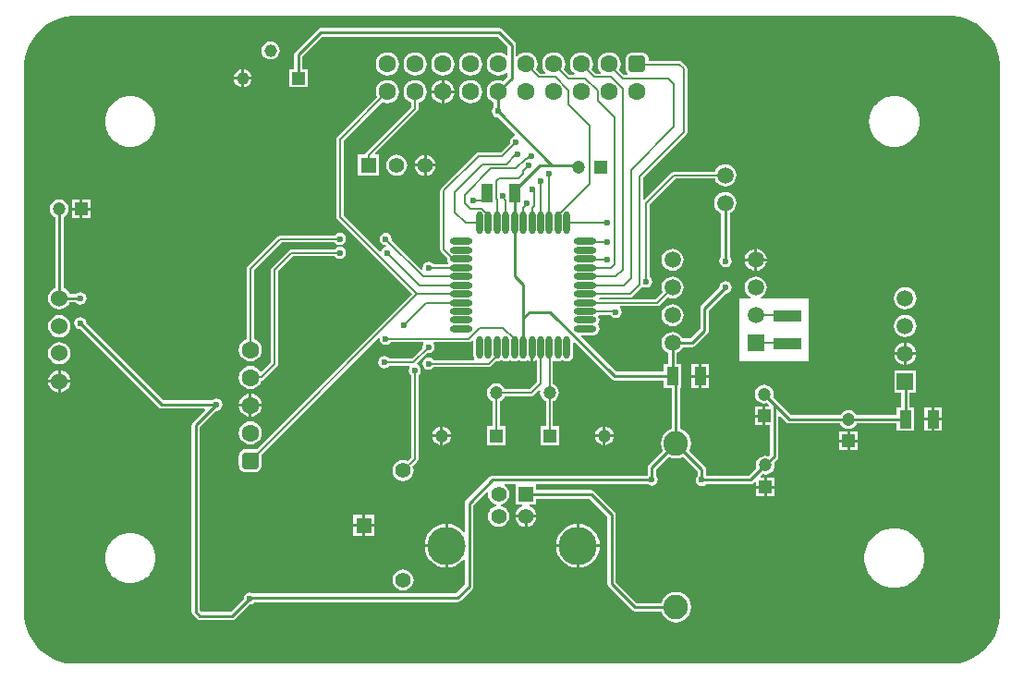
<source format=gtl>
G04*
G04 #@! TF.GenerationSoftware,Altium Limited,Altium Designer,21.3.2 (30)*
G04*
G04 Layer_Physical_Order=1*
G04 Layer_Color=13311*
%FSLAX25Y25*%
%MOIN*%
G70*
G04*
G04 #@! TF.SameCoordinates,394D426F-0CA9-4E3C-942C-AD562F4B4749*
G04*
G04*
G04 #@! TF.FilePolarity,Positive*
G04*
G01*
G75*
%ADD14C,0.00500*%
%ADD15C,0.01000*%
%ADD20R,0.04352X0.06528*%
%ADD21R,0.09843X0.03937*%
%ADD22O,0.08071X0.02362*%
%ADD23O,0.02362X0.08071*%
%ADD28R,0.04724X0.04724*%
%ADD29C,0.04724*%
%ADD32R,0.05984X0.05984*%
%ADD33C,0.05984*%
%ADD34R,0.04528X0.04528*%
%ADD35C,0.04528*%
%ADD40R,0.05591X0.05591*%
%ADD42C,0.05591*%
%ADD43C,0.13780*%
%ADD44R,0.04724X0.04724*%
%ADD46R,0.05512X0.05512*%
%ADD47C,0.05512*%
%ADD49C,0.00750*%
%ADD50R,0.05906X0.05906*%
%ADD51C,0.05906*%
%ADD52C,0.06299*%
G04:AMPARAMS|DCode=53|XSize=62.99mil|YSize=62.99mil|CornerRadius=15.75mil|HoleSize=0mil|Usage=FLASHONLY|Rotation=90.000|XOffset=0mil|YOffset=0mil|HoleType=Round|Shape=RoundedRectangle|*
%AMROUNDEDRECTD53*
21,1,0.06299,0.03150,0,0,90.0*
21,1,0.03150,0.06299,0,0,90.0*
1,1,0.03150,0.01575,0.01575*
1,1,0.03150,0.01575,-0.01575*
1,1,0.03150,-0.01575,-0.01575*
1,1,0.03150,-0.01575,0.01575*
%
%ADD53ROUNDEDRECTD53*%
G04:AMPARAMS|DCode=54|XSize=62.99mil|YSize=62.99mil|CornerRadius=15.75mil|HoleSize=0mil|Usage=FLASHONLY|Rotation=180.000|XOffset=0mil|YOffset=0mil|HoleType=Round|Shape=RoundedRectangle|*
%AMROUNDEDRECTD54*
21,1,0.06299,0.03150,0,0,180.0*
21,1,0.03150,0.06299,0,0,180.0*
1,1,0.03150,-0.01575,0.01575*
1,1,0.03150,0.01575,0.01575*
1,1,0.03150,0.01575,-0.01575*
1,1,0.03150,-0.01575,-0.01575*
%
%ADD54ROUNDEDRECTD54*%
%ADD55C,0.08858*%
%ADD56C,0.06000*%
%ADD57C,0.02362*%
G36*
X338259Y234700D02*
X340599Y234073D01*
X342837Y233146D01*
X344935Y231935D01*
X346857Y230460D01*
X348570Y228747D01*
X350045Y226825D01*
X351256Y224727D01*
X352183Y222489D01*
X352810Y220149D01*
X353127Y217747D01*
Y216535D01*
Y19685D01*
Y18474D01*
X352810Y16072D01*
X352183Y13732D01*
X351256Y11494D01*
X350045Y9396D01*
X348570Y7474D01*
X346857Y5761D01*
X344935Y4286D01*
X342837Y3074D01*
X340599Y2147D01*
X338259Y1520D01*
X335857Y1204D01*
X18474D01*
X16072Y1520D01*
X13732Y2147D01*
X11494Y3074D01*
X9396Y4286D01*
X7474Y5761D01*
X5761Y7474D01*
X4286Y9396D01*
X3074Y11494D01*
X2147Y13732D01*
X1520Y16072D01*
X1204Y18474D01*
Y19685D01*
Y216535D01*
Y217747D01*
X1520Y220149D01*
X2147Y222489D01*
X3074Y224727D01*
X4286Y226825D01*
X5761Y228747D01*
X7474Y230460D01*
X9396Y231935D01*
X11494Y233146D01*
X13732Y234073D01*
X16072Y234700D01*
X18474Y235016D01*
X335857D01*
X338259Y234700D01*
D02*
G37*
%LPC*%
G36*
X172500Y230529D02*
X108000D01*
X107415Y230413D01*
X106919Y230081D01*
X98919Y222081D01*
X98587Y221585D01*
X98471Y221000D01*
Y215764D01*
X96736D01*
Y209236D01*
X103264D01*
Y215764D01*
X101529D01*
Y220367D01*
X108633Y227471D01*
X171867D01*
X175471Y223867D01*
Y220883D01*
X174971Y220676D01*
X174258Y221223D01*
X173249Y221641D01*
X172165Y221784D01*
X171082Y221641D01*
X170073Y221223D01*
X169206Y220558D01*
X168541Y219691D01*
X168123Y218682D01*
X167980Y217598D01*
X168123Y216515D01*
X168541Y215506D01*
X169206Y214639D01*
X170073Y213974D01*
X171082Y213556D01*
X172165Y213413D01*
X173249Y213556D01*
X174258Y213974D01*
X174971Y214521D01*
X175471Y214314D01*
Y213067D01*
X173812Y211408D01*
X173249Y211641D01*
X172165Y211784D01*
X171082Y211641D01*
X170073Y211223D01*
X169206Y210558D01*
X168541Y209691D01*
X168123Y208682D01*
X167980Y207598D01*
X168123Y206515D01*
X168541Y205506D01*
X169206Y204639D01*
X170073Y203974D01*
X170553Y203775D01*
Y202182D01*
X170428Y202098D01*
X169946Y201376D01*
X169776Y200525D01*
X169946Y199674D01*
X170428Y198952D01*
X171149Y198470D01*
X172000Y198301D01*
X172051Y198311D01*
X178190Y192172D01*
X178026Y191630D01*
X177649Y191554D01*
X176927Y191072D01*
X176445Y190351D01*
X176276Y189500D01*
X176346Y189148D01*
X172972Y185775D01*
X165000D01*
X164512Y185678D01*
X164099Y185401D01*
X151599Y172901D01*
X151322Y172488D01*
X151225Y172000D01*
Y150551D01*
X151322Y150063D01*
X151599Y149650D01*
X153653Y147596D01*
X153583Y147244D01*
X153753Y146393D01*
X154184Y145747D01*
X153954Y145366D01*
X153913Y145322D01*
X148740D01*
X148573Y145572D01*
X147851Y146054D01*
X147000Y146224D01*
X146149Y146054D01*
X145428Y145572D01*
X144946Y144851D01*
X144776Y144000D01*
X144842Y143667D01*
X144382Y143421D01*
X133654Y154148D01*
X133724Y154500D01*
X133554Y155351D01*
X133072Y156072D01*
X132351Y156554D01*
X131500Y156724D01*
X130649Y156554D01*
X129928Y156072D01*
X129446Y155351D01*
X129276Y154500D01*
X129446Y153649D01*
X129928Y152927D01*
X130649Y152445D01*
X131500Y152276D01*
X131602Y152154D01*
X131408Y151606D01*
X131149Y151555D01*
X130428Y151073D01*
X129946Y150351D01*
X129881Y150026D01*
X129402Y149881D01*
X116274Y163008D01*
Y189905D01*
X130264Y203895D01*
X131082Y203556D01*
X132165Y203413D01*
X133249Y203556D01*
X134258Y203974D01*
X135125Y204639D01*
X135790Y205506D01*
X136208Y206515D01*
X136351Y207598D01*
X136208Y208682D01*
X135790Y209691D01*
X135125Y210558D01*
X134258Y211223D01*
X133249Y211641D01*
X132165Y211784D01*
X131082Y211641D01*
X130073Y211223D01*
X129206Y210558D01*
X128541Y209691D01*
X128123Y208682D01*
X127980Y207598D01*
X128123Y206515D01*
X128462Y205697D01*
X114099Y191334D01*
X113822Y190921D01*
X113725Y190433D01*
Y162480D01*
X113822Y161993D01*
X114099Y161579D01*
X141032Y134646D01*
X84948Y78562D01*
X84924Y78571D01*
X84252Y78660D01*
X81102D01*
X80430Y78571D01*
X79804Y78312D01*
X79266Y77899D01*
X78853Y77362D01*
X78594Y76735D01*
X78505Y76063D01*
Y72913D01*
X78594Y72241D01*
X78853Y71615D01*
X79266Y71077D01*
X79804Y70664D01*
X80430Y70405D01*
X81102Y70316D01*
X84252D01*
X84924Y70405D01*
X85550Y70664D01*
X86088Y71077D01*
X86501Y71615D01*
X86760Y72241D01*
X86849Y72913D01*
Y76063D01*
X86760Y76735D01*
X86751Y76759D01*
X128835Y118843D01*
X129296Y118597D01*
X129276Y118500D01*
X129446Y117649D01*
X129928Y116928D01*
X130649Y116446D01*
X131500Y116276D01*
X132351Y116446D01*
X133072Y116928D01*
X133272Y117226D01*
X144928D01*
X145196Y116726D01*
X144946Y116351D01*
X144776Y115500D01*
X144846Y115148D01*
X140972Y111275D01*
X132772D01*
X132572Y111573D01*
X131851Y112055D01*
X131000Y112224D01*
X130149Y112055D01*
X129428Y111573D01*
X128946Y110851D01*
X128776Y110000D01*
X128946Y109149D01*
X129428Y108428D01*
X130149Y107946D01*
X131000Y107776D01*
X131851Y107946D01*
X132572Y108428D01*
X132772Y108726D01*
X139928D01*
X140196Y108226D01*
X139945Y107851D01*
X139776Y107000D01*
X139945Y106149D01*
X140427Y105428D01*
X140726Y105228D01*
Y75599D01*
X139395Y74269D01*
X138776Y74525D01*
X137795Y74654D01*
X136815Y74525D01*
X135901Y74147D01*
X135117Y73545D01*
X134514Y72760D01*
X134136Y71847D01*
X134007Y70866D01*
X134136Y69886D01*
X134514Y68972D01*
X135117Y68187D01*
X135901Y67585D01*
X136815Y67207D01*
X137795Y67078D01*
X138776Y67207D01*
X139689Y67585D01*
X140474Y68187D01*
X141076Y68972D01*
X141455Y69886D01*
X141584Y70866D01*
X141455Y71847D01*
X141198Y72466D01*
X142901Y74170D01*
X143177Y74583D01*
X143274Y75071D01*
Y105228D01*
X143572Y105428D01*
X144054Y106149D01*
X144224Y107000D01*
X144054Y107851D01*
X143572Y108572D01*
X142979Y108969D01*
X142832Y109529D01*
X146649Y113346D01*
X147000Y113276D01*
X147851Y113445D01*
X148573Y113927D01*
X149055Y114649D01*
X149224Y115500D01*
X149055Y116351D01*
X148804Y116726D01*
X149072Y117226D01*
X161500D01*
X161988Y117323D01*
X162401Y117599D01*
X162630Y117828D01*
X163130Y117621D01*
Y112500D01*
X163300Y111649D01*
X163550Y111275D01*
X163283Y110775D01*
X148772D01*
X148573Y111073D01*
X147851Y111555D01*
X147000Y111724D01*
X146149Y111555D01*
X145428Y111073D01*
X144946Y110351D01*
X144776Y109500D01*
X144946Y108649D01*
X145428Y107928D01*
X146149Y107446D01*
X147000Y107276D01*
X147851Y107446D01*
X148573Y107928D01*
X148772Y108226D01*
X168654D01*
X169141Y108323D01*
X169555Y108599D01*
X171302Y110346D01*
X171653Y110276D01*
X172505Y110445D01*
X173226Y110927D01*
X173231D01*
X173952Y110445D01*
X174803Y110276D01*
X175654Y110445D01*
X176376Y110927D01*
X176380D01*
X177102Y110445D01*
X177953Y110276D01*
X178804Y110445D01*
X179525Y110927D01*
X179530D01*
X180251Y110445D01*
X181102Y110276D01*
X181953Y110445D01*
X182675Y110927D01*
X182679D01*
X183401Y110445D01*
X183752Y110376D01*
Y115354D01*
X184752D01*
Y110376D01*
X185103Y110445D01*
X185666Y110821D01*
X186127Y110549D01*
Y102929D01*
X183472Y100275D01*
X174505D01*
X174331Y100696D01*
X173792Y101398D01*
X173089Y101937D01*
X172271Y102276D01*
X171394Y102391D01*
X170516Y102276D01*
X169698Y101937D01*
X168996Y101398D01*
X168457Y100696D01*
X168118Y99878D01*
X168002Y99000D01*
X168118Y98122D01*
X168457Y97304D01*
X168996Y96602D01*
X169698Y96063D01*
X170119Y95889D01*
Y86862D01*
X167980D01*
Y80138D01*
X174705D01*
Y86862D01*
X172668D01*
Y95889D01*
X173089Y96063D01*
X173792Y96602D01*
X174331Y97304D01*
X174505Y97725D01*
X184000D01*
X184488Y97822D01*
X184901Y98099D01*
X186869Y100066D01*
X187192Y99934D01*
X187322Y99813D01*
X187215Y99000D01*
X187331Y98122D01*
X187669Y97304D01*
X188208Y96602D01*
X188911Y96063D01*
X189332Y95889D01*
Y86862D01*
X187295D01*
Y80138D01*
X194020D01*
Y86862D01*
X191881D01*
Y95889D01*
X192302Y96063D01*
X193004Y96602D01*
X193543Y97304D01*
X193882Y98122D01*
X193998Y99000D01*
X193882Y99878D01*
X193543Y100696D01*
X193004Y101398D01*
X192302Y101937D01*
X191853Y102123D01*
Y110510D01*
X192336Y110789D01*
X192850Y110445D01*
X193701Y110276D01*
X194552Y110445D01*
X195273Y110927D01*
X195278D01*
X195999Y110445D01*
X196850Y110276D01*
X197701Y110445D01*
X198423Y110927D01*
X198905Y111649D01*
X199074Y112500D01*
Y117110D01*
X199536Y117301D01*
X212919Y103919D01*
X213415Y103587D01*
X214000Y103471D01*
X231799D01*
Y100736D01*
X234691D01*
Y85952D01*
X233483Y85451D01*
X232348Y84581D01*
X231478Y83447D01*
X230931Y82126D01*
X230745Y80709D01*
X230931Y79291D01*
X231432Y78083D01*
X226419Y73070D01*
X226087Y72574D01*
X225971Y71988D01*
Y69247D01*
X225927Y69218D01*
X225899Y69175D01*
X170146D01*
X169560Y69059D01*
X169064Y68727D01*
X160560Y60223D01*
X160229Y59727D01*
X160112Y59142D01*
Y48943D01*
X159612Y48765D01*
X159071Y49425D01*
X157869Y50411D01*
X156499Y51143D01*
X155011Y51595D01*
X153965Y51698D01*
Y43819D01*
Y35940D01*
X155011Y36043D01*
X156499Y36494D01*
X157869Y37227D01*
X159071Y38213D01*
X159612Y38873D01*
X160112Y38694D01*
Y29775D01*
X156867Y26529D01*
X83807D01*
X83351Y26834D01*
X82500Y27003D01*
X81649Y26834D01*
X80927Y26352D01*
X80445Y25630D01*
X80276Y24779D01*
X80286Y24728D01*
X75587Y20029D01*
X65134D01*
X64529Y20633D01*
Y86587D01*
X70449Y92507D01*
X70500Y92497D01*
X71351Y92666D01*
X72072Y93148D01*
X72554Y93870D01*
X72724Y94721D01*
X72554Y95572D01*
X72072Y96293D01*
X71351Y96775D01*
X70500Y96945D01*
X69649Y96775D01*
X68928Y96293D01*
X68899Y96250D01*
X51385D01*
X23567Y124069D01*
X23577Y124120D01*
X23407Y124971D01*
X22925Y125692D01*
X22204Y126174D01*
X21353Y126343D01*
X20502Y126174D01*
X19780Y125692D01*
X19298Y124971D01*
X19129Y124120D01*
X19298Y123268D01*
X19780Y122547D01*
X20502Y122065D01*
X21353Y121896D01*
X21404Y121906D01*
X49670Y93639D01*
X50166Y93308D01*
X50752Y93191D01*
X66154D01*
X66346Y92730D01*
X61919Y88302D01*
X61587Y87806D01*
X61471Y87221D01*
Y20000D01*
X61587Y19415D01*
X61919Y18919D01*
X63419Y17419D01*
X63915Y17087D01*
X64500Y16971D01*
X76221D01*
X76806Y17087D01*
X77302Y17419D01*
X82449Y22566D01*
X82500Y22555D01*
X83351Y22725D01*
X84073Y23207D01*
X84249Y23471D01*
X157500D01*
X158085Y23587D01*
X158581Y23919D01*
X162723Y28060D01*
X163055Y28556D01*
X163171Y29142D01*
Y58508D01*
X168046Y63383D01*
X168520Y63150D01*
X168416Y62362D01*
X168546Y61371D01*
X168929Y60448D01*
X169537Y59655D01*
X170330Y59047D01*
X171207Y58684D01*
X171253Y58556D01*
Y58295D01*
X171207Y58166D01*
X170330Y57803D01*
X169537Y57195D01*
X168929Y56402D01*
X168546Y55479D01*
X168416Y54488D01*
X168546Y53497D01*
X168929Y52574D01*
X169537Y51781D01*
X170330Y51173D01*
X171253Y50791D01*
X172244Y50660D01*
X173235Y50791D01*
X174158Y51173D01*
X174951Y51781D01*
X175559Y52574D01*
X175942Y53497D01*
X176072Y54488D01*
X175942Y55479D01*
X175559Y56402D01*
X174951Y57195D01*
X174158Y57803D01*
X173282Y58166D01*
X173235Y58295D01*
Y58556D01*
X173282Y58684D01*
X174158Y59047D01*
X174951Y59655D01*
X175559Y60448D01*
X175942Y61371D01*
X176072Y62362D01*
X175942Y63353D01*
X175559Y64276D01*
X174951Y65069D01*
X174238Y65616D01*
X174279Y65925D01*
X174372Y66116D01*
X178291D01*
Y58567D01*
X180710D01*
X180809Y58067D01*
X180173Y57803D01*
X179380Y57195D01*
X178771Y56402D01*
X178389Y55479D01*
X178324Y54988D01*
X182087D01*
X185849D01*
X185784Y55479D01*
X185402Y56402D01*
X184793Y57195D01*
X184001Y57803D01*
X183364Y58067D01*
X183464Y58567D01*
X185882D01*
Y60833D01*
X205004D01*
X211471Y54366D01*
Y30000D01*
X211587Y29415D01*
X211919Y28919D01*
X220265Y20572D01*
X220761Y20241D01*
X221346Y20124D01*
X230978D01*
X231478Y18915D01*
X232348Y17781D01*
X233483Y16911D01*
X234803Y16364D01*
X236221Y16178D01*
X237638Y16364D01*
X238959Y16911D01*
X240093Y17781D01*
X240963Y18915D01*
X241510Y20236D01*
X241697Y21654D01*
X241510Y23071D01*
X240963Y24392D01*
X240093Y25526D01*
X238959Y26396D01*
X237638Y26943D01*
X236221Y27130D01*
X234803Y26943D01*
X233483Y26396D01*
X232348Y25526D01*
X231478Y24392D01*
X230978Y23183D01*
X221980D01*
X214529Y30634D01*
Y55000D01*
X214413Y55585D01*
X214081Y56081D01*
X206719Y63444D01*
X206223Y63775D01*
X205638Y63892D01*
X185882D01*
Y66116D01*
X225899D01*
X225927Y66073D01*
X226649Y65591D01*
X227500Y65422D01*
X228351Y65591D01*
X229072Y66073D01*
X229555Y66795D01*
X229724Y67646D01*
X229555Y68497D01*
X229072Y69218D01*
X229029Y69247D01*
Y71355D01*
X233595Y75920D01*
X234803Y75419D01*
X236221Y75233D01*
X237638Y75419D01*
X238846Y75920D01*
X243971Y70796D01*
Y69148D01*
X243928Y69120D01*
X243445Y68398D01*
X243276Y67547D01*
X243445Y66696D01*
X243928Y65975D01*
X244649Y65493D01*
X245500Y65323D01*
X246351Y65493D01*
X247073Y65975D01*
X247101Y66018D01*
X263173D01*
X263758Y66134D01*
X264255Y66466D01*
X264676Y66887D01*
X265138Y66696D01*
Y65500D01*
X268000D01*
Y68362D01*
X266804D01*
X266613Y68824D01*
X267456Y69667D01*
X267622Y69598D01*
X268500Y69483D01*
X269378Y69598D01*
X270196Y69937D01*
X270898Y70476D01*
X271437Y71178D01*
X271776Y71996D01*
X271891Y72874D01*
X271776Y73752D01*
X271707Y73918D01*
X272731Y74942D01*
X273063Y75438D01*
X273179Y76024D01*
Y90505D01*
X273641Y90696D01*
X275982Y88356D01*
X276478Y88024D01*
X277063Y87908D01*
X295494D01*
X295563Y87741D01*
X296102Y87039D01*
X296804Y86500D01*
X297622Y86161D01*
X298500Y86046D01*
X299378Y86161D01*
X300196Y86500D01*
X300898Y87039D01*
X301437Y87741D01*
X301506Y87908D01*
X315799D01*
Y85236D01*
X322151D01*
Y93764D01*
X320504D01*
Y99118D01*
X322890D01*
Y107102D01*
X314906D01*
Y99118D01*
X317446D01*
Y93764D01*
X315799D01*
Y90966D01*
X301506D01*
X301437Y91133D01*
X300898Y91835D01*
X300196Y92374D01*
X299378Y92713D01*
X298500Y92828D01*
X297622Y92713D01*
X296804Y92374D01*
X296102Y91835D01*
X295563Y91133D01*
X295494Y90966D01*
X277696D01*
X272731Y95932D01*
X271207Y97456D01*
X271276Y97622D01*
X271391Y98500D01*
X271276Y99378D01*
X270937Y100196D01*
X270398Y100898D01*
X269696Y101437D01*
X268878Y101776D01*
X268000Y101891D01*
X267122Y101776D01*
X266304Y101437D01*
X265602Y100898D01*
X265063Y100196D01*
X264724Y99378D01*
X264609Y98500D01*
X264724Y97622D01*
X265063Y96804D01*
X265602Y96102D01*
X266304Y95563D01*
X267122Y95224D01*
X268000Y95109D01*
X268878Y95224D01*
X269044Y95293D01*
X269849Y94488D01*
X269642Y93988D01*
X268500D01*
Y90626D01*
Y87264D01*
X270120D01*
Y76657D01*
X269544Y76081D01*
X269378Y76150D01*
X268500Y76265D01*
X267622Y76150D01*
X266804Y75811D01*
X266102Y75272D01*
X265563Y74570D01*
X265224Y73752D01*
X265109Y72874D01*
X265224Y71996D01*
X265293Y71830D01*
X262540Y69077D01*
X247101D01*
X247073Y69120D01*
X247029Y69148D01*
Y71429D01*
X246913Y72014D01*
X246581Y72511D01*
X241009Y78083D01*
X241510Y79291D01*
X241697Y80709D01*
X241510Y82126D01*
X240963Y83447D01*
X240093Y84581D01*
X238959Y85451D01*
X237750Y85952D01*
Y100736D01*
X238151D01*
Y109264D01*
X236529D01*
Y113355D01*
X236993Y113547D01*
X237819Y114181D01*
X238453Y115007D01*
X238645Y115471D01*
X242000D01*
X242585Y115587D01*
X243081Y115919D01*
X247581Y120419D01*
X247913Y120915D01*
X248029Y121500D01*
Y128764D01*
X254051Y134786D01*
X254102Y134776D01*
X254953Y134945D01*
X255675Y135427D01*
X256157Y136149D01*
X256326Y137000D01*
X256157Y137851D01*
X255675Y138573D01*
X254953Y139055D01*
X254102Y139224D01*
X253251Y139055D01*
X252530Y138573D01*
X252048Y137851D01*
X251878Y137000D01*
X251889Y136949D01*
X245470Y130530D01*
X245138Y130034D01*
X245022Y129449D01*
Y129257D01*
X244971Y129000D01*
Y122134D01*
X241367Y118529D01*
X238645D01*
X238453Y118993D01*
X237819Y119819D01*
X236993Y120453D01*
X236032Y120851D01*
X235000Y120987D01*
X233968Y120851D01*
X233007Y120453D01*
X232181Y119819D01*
X231547Y118993D01*
X231149Y118032D01*
X231013Y117000D01*
X231149Y115968D01*
X231547Y115007D01*
X232181Y114181D01*
X233007Y113547D01*
X233471Y113355D01*
Y109264D01*
X231799D01*
Y106529D01*
X214633D01*
X201801Y119361D01*
X201993Y119823D01*
X206398D01*
X207249Y119993D01*
X207970Y120475D01*
X208452Y121196D01*
X208622Y122047D01*
X208452Y122898D01*
X207970Y123620D01*
Y123624D01*
X208452Y124346D01*
X208622Y125197D01*
X208452Y126048D01*
X208184Y126450D01*
X208451Y126950D01*
X212647D01*
X212928Y126530D01*
X213649Y126048D01*
X214500Y125879D01*
X215351Y126048D01*
X216073Y126530D01*
X216555Y127251D01*
X216724Y128102D01*
X216555Y128953D01*
X216073Y129675D01*
X216003Y129722D01*
X216154Y130222D01*
X229496D01*
X229984Y130319D01*
X230397Y130595D01*
X233249Y133447D01*
X233968Y133149D01*
X235000Y133013D01*
X236032Y133149D01*
X236993Y133547D01*
X237819Y134181D01*
X238453Y135007D01*
X238851Y135968D01*
X238987Y137000D01*
X238851Y138032D01*
X238453Y138993D01*
X237819Y139819D01*
X236993Y140453D01*
X236032Y140851D01*
X235000Y140987D01*
X233968Y140851D01*
X233007Y140453D01*
X232181Y139819D01*
X231547Y138993D01*
X231149Y138032D01*
X231013Y137000D01*
X231149Y135968D01*
X231447Y135249D01*
X228968Y132771D01*
X208734D01*
X208561Y133071D01*
X208734Y133371D01*
X219646D01*
X220133Y133468D01*
X220547Y133745D01*
X223901Y137099D01*
X224108Y137409D01*
X224649Y137048D01*
X225500Y136879D01*
X226351Y137048D01*
X227073Y137530D01*
X227555Y138251D01*
X227724Y139102D01*
X227555Y139953D01*
X227073Y140675D01*
X226775Y140874D01*
Y166972D01*
X236028Y176225D01*
X250250D01*
X250547Y175507D01*
X251181Y174681D01*
X252007Y174047D01*
X252968Y173649D01*
X254000Y173513D01*
X255032Y173649D01*
X255993Y174047D01*
X256819Y174681D01*
X257453Y175507D01*
X257851Y176468D01*
X257987Y177500D01*
X257851Y178532D01*
X257453Y179493D01*
X256819Y180319D01*
X255993Y180953D01*
X255032Y181351D01*
X254000Y181487D01*
X252968Y181351D01*
X252007Y180953D01*
X251181Y180319D01*
X250547Y179493D01*
X250250Y178774D01*
X235500D01*
X235012Y178677D01*
X234599Y178401D01*
X224775Y168577D01*
X224274Y168784D01*
Y176472D01*
X239901Y192099D01*
X240177Y192512D01*
X240275Y193000D01*
Y216000D01*
X240177Y216488D01*
X239901Y216901D01*
X238401Y218401D01*
X237988Y218677D01*
X237500Y218775D01*
X226337D01*
Y219173D01*
X226249Y219845D01*
X225989Y220472D01*
X225576Y221010D01*
X225039Y221422D01*
X224412Y221682D01*
X223740Y221770D01*
X220590D01*
X219918Y221682D01*
X219292Y221422D01*
X218754Y221010D01*
X218341Y220472D01*
X218082Y219845D01*
X217993Y219173D01*
Y216024D01*
X218082Y215352D01*
X218341Y214725D01*
X218687Y214275D01*
X218598Y213960D01*
X218471Y213774D01*
X217528D01*
X215792Y215510D01*
X216208Y216515D01*
X216351Y217598D01*
X216208Y218682D01*
X215790Y219691D01*
X215125Y220558D01*
X214258Y221223D01*
X213249Y221641D01*
X212165Y221784D01*
X211082Y221641D01*
X210073Y221223D01*
X209206Y220558D01*
X208541Y219691D01*
X208123Y218682D01*
X207980Y217598D01*
X208123Y216515D01*
X208541Y215506D01*
X209170Y214685D01*
X209092Y214303D01*
X209052Y214185D01*
X207381D01*
X205869Y215697D01*
X206208Y216515D01*
X206351Y217598D01*
X206208Y218682D01*
X205790Y219691D01*
X205125Y220558D01*
X204258Y221223D01*
X203249Y221641D01*
X202165Y221784D01*
X201082Y221641D01*
X200073Y221223D01*
X199206Y220558D01*
X198541Y219691D01*
X198123Y218682D01*
X197980Y217598D01*
X198123Y216515D01*
X198541Y215506D01*
X199206Y214639D01*
X199681Y214275D01*
X199511Y213774D01*
X197792D01*
X195869Y215697D01*
X196208Y216515D01*
X196351Y217598D01*
X196208Y218682D01*
X195790Y219691D01*
X195125Y220558D01*
X194258Y221223D01*
X193249Y221641D01*
X192165Y221784D01*
X191082Y221641D01*
X190073Y221223D01*
X189206Y220558D01*
X188541Y219691D01*
X188123Y218682D01*
X187980Y217598D01*
X188123Y216515D01*
X188541Y215506D01*
X189170Y214685D01*
X189092Y214303D01*
X189052Y214185D01*
X187381D01*
X185869Y215697D01*
X186208Y216515D01*
X186351Y217598D01*
X186208Y218682D01*
X185790Y219691D01*
X185125Y220558D01*
X184258Y221223D01*
X183249Y221641D01*
X182165Y221784D01*
X181082Y221641D01*
X180073Y221223D01*
X179206Y220558D01*
X179029Y220328D01*
X178529Y220498D01*
Y224500D01*
X178413Y225085D01*
X178081Y225581D01*
X173581Y230081D01*
X173085Y230413D01*
X172500Y230529D01*
D02*
G37*
G36*
X90000Y225792D02*
X89148Y225680D01*
X88354Y225351D01*
X87672Y224828D01*
X87149Y224146D01*
X86820Y223352D01*
X86708Y222500D01*
X86820Y221648D01*
X87149Y220854D01*
X87672Y220172D01*
X88354Y219649D01*
X89148Y219320D01*
X90000Y219208D01*
X90852Y219320D01*
X91646Y219649D01*
X92328Y220172D01*
X92851Y220854D01*
X93180Y221648D01*
X93292Y222500D01*
X93180Y223352D01*
X92851Y224146D01*
X92328Y224828D01*
X91646Y225351D01*
X90852Y225680D01*
X90000Y225792D01*
D02*
G37*
G36*
X162165Y221784D02*
X161082Y221641D01*
X160073Y221223D01*
X159206Y220558D01*
X158541Y219691D01*
X158123Y218682D01*
X157980Y217598D01*
X158123Y216515D01*
X158541Y215506D01*
X159206Y214639D01*
X160073Y213974D01*
X161082Y213556D01*
X162165Y213413D01*
X163249Y213556D01*
X164258Y213974D01*
X165125Y214639D01*
X165790Y215506D01*
X166208Y216515D01*
X166351Y217598D01*
X166208Y218682D01*
X165790Y219691D01*
X165125Y220558D01*
X164258Y221223D01*
X163249Y221641D01*
X162165Y221784D01*
D02*
G37*
G36*
X152165D02*
X151082Y221641D01*
X150073Y221223D01*
X149206Y220558D01*
X148541Y219691D01*
X148123Y218682D01*
X147980Y217598D01*
X148123Y216515D01*
X148541Y215506D01*
X149206Y214639D01*
X150073Y213974D01*
X151082Y213556D01*
X152165Y213413D01*
X153249Y213556D01*
X154258Y213974D01*
X155125Y214639D01*
X155790Y215506D01*
X156208Y216515D01*
X156351Y217598D01*
X156208Y218682D01*
X155790Y219691D01*
X155125Y220558D01*
X154258Y221223D01*
X153249Y221641D01*
X152165Y221784D01*
D02*
G37*
G36*
X142165D02*
X141082Y221641D01*
X140073Y221223D01*
X139206Y220558D01*
X138541Y219691D01*
X138123Y218682D01*
X137980Y217598D01*
X138123Y216515D01*
X138541Y215506D01*
X139206Y214639D01*
X140073Y213974D01*
X141082Y213556D01*
X142165Y213413D01*
X143249Y213556D01*
X144258Y213974D01*
X145125Y214639D01*
X145790Y215506D01*
X146208Y216515D01*
X146351Y217598D01*
X146208Y218682D01*
X145790Y219691D01*
X145125Y220558D01*
X144258Y221223D01*
X143249Y221641D01*
X142165Y221784D01*
D02*
G37*
G36*
X132165D02*
X131082Y221641D01*
X130073Y221223D01*
X129206Y220558D01*
X128541Y219691D01*
X128123Y218682D01*
X127980Y217598D01*
X128123Y216515D01*
X128541Y215506D01*
X129206Y214639D01*
X130073Y213974D01*
X131082Y213556D01*
X132165Y213413D01*
X133249Y213556D01*
X134258Y213974D01*
X135125Y214639D01*
X135790Y215506D01*
X136208Y216515D01*
X136351Y217598D01*
X136208Y218682D01*
X135790Y219691D01*
X135125Y220558D01*
X134258Y221223D01*
X133249Y221641D01*
X132165Y221784D01*
D02*
G37*
G36*
X80500Y215726D02*
Y213000D01*
X83226D01*
X83180Y213352D01*
X82851Y214146D01*
X82328Y214828D01*
X81646Y215351D01*
X80852Y215680D01*
X80500Y215726D01*
D02*
G37*
G36*
X79500D02*
X79148Y215680D01*
X78354Y215351D01*
X77672Y214828D01*
X77149Y214146D01*
X76820Y213352D01*
X76774Y213000D01*
X79500D01*
Y215726D01*
D02*
G37*
G36*
X83226Y212000D02*
X80500D01*
Y209274D01*
X80852Y209320D01*
X81646Y209649D01*
X82328Y210172D01*
X82851Y210854D01*
X83180Y211648D01*
X83226Y212000D01*
D02*
G37*
G36*
X79500D02*
X76774D01*
X76820Y211648D01*
X77149Y210854D01*
X77672Y210172D01*
X78354Y209649D01*
X79148Y209320D01*
X79500Y209274D01*
Y212000D01*
D02*
G37*
G36*
X152665Y211718D02*
Y208099D01*
X156285D01*
X156208Y208682D01*
X155790Y209691D01*
X155125Y210558D01*
X154258Y211223D01*
X153249Y211641D01*
X152665Y211718D01*
D02*
G37*
G36*
X151665D02*
X151082Y211641D01*
X150073Y211223D01*
X149206Y210558D01*
X148541Y209691D01*
X148123Y208682D01*
X148046Y208099D01*
X151665D01*
Y211718D01*
D02*
G37*
G36*
X156285Y207099D02*
X152665D01*
Y203479D01*
X153249Y203556D01*
X154258Y203974D01*
X155125Y204639D01*
X155790Y205506D01*
X156208Y206515D01*
X156285Y207099D01*
D02*
G37*
G36*
X151665D02*
X148046D01*
X148123Y206515D01*
X148541Y205506D01*
X149206Y204639D01*
X150073Y203974D01*
X151082Y203556D01*
X151665Y203479D01*
Y207099D01*
D02*
G37*
G36*
X162165Y211784D02*
X161082Y211641D01*
X160073Y211223D01*
X159206Y210558D01*
X158541Y209691D01*
X158123Y208682D01*
X157980Y207598D01*
X158123Y206515D01*
X158541Y205506D01*
X159206Y204639D01*
X160073Y203974D01*
X161082Y203556D01*
X162165Y203413D01*
X163249Y203556D01*
X164258Y203974D01*
X165125Y204639D01*
X165790Y205506D01*
X166208Y206515D01*
X166351Y207598D01*
X166208Y208682D01*
X165790Y209691D01*
X165125Y210558D01*
X164258Y211223D01*
X163249Y211641D01*
X162165Y211784D01*
D02*
G37*
G36*
X315736Y205929D02*
X314185D01*
X314069Y205906D01*
X313950D01*
X312429Y205603D01*
X312319Y205557D01*
X312203Y205534D01*
X310770Y204941D01*
X310671Y204875D01*
X310562Y204830D01*
X309272Y203968D01*
X309188Y203884D01*
X309090Y203818D01*
X307993Y202721D01*
X307927Y202623D01*
X307843Y202539D01*
X306981Y201249D01*
X306936Y201140D01*
X306870Y201041D01*
X306277Y199608D01*
X306254Y199492D01*
X306208Y199382D01*
X305906Y197861D01*
Y197742D01*
X305882Y197626D01*
Y196075D01*
X305906Y195958D01*
Y195840D01*
X306208Y194319D01*
X306254Y194209D01*
X306277Y194093D01*
X306870Y192660D01*
X306936Y192561D01*
X306981Y192452D01*
X307843Y191162D01*
X307927Y191078D01*
X307993Y190980D01*
X309090Y189883D01*
X309188Y189817D01*
X309272Y189733D01*
X310562Y188871D01*
X310671Y188826D01*
X310770Y188760D01*
X312203Y188166D01*
X312319Y188143D01*
X312429Y188098D01*
X313950Y187795D01*
X314069D01*
X314185Y187772D01*
X315736D01*
X315852Y187795D01*
X315971D01*
X317492Y188098D01*
X317602Y188143D01*
X317718Y188166D01*
X319151Y188760D01*
X319250Y188826D01*
X319359Y188871D01*
X320649Y189733D01*
X320733Y189817D01*
X320832Y189883D01*
X321928Y190980D01*
X321994Y191078D01*
X322078Y191162D01*
X322940Y192452D01*
X322985Y192561D01*
X323051Y192660D01*
X323645Y194093D01*
X323668Y194209D01*
X323713Y194319D01*
X324016Y195840D01*
Y195958D01*
X324039Y196075D01*
Y197626D01*
X324016Y197742D01*
Y197861D01*
X323713Y199382D01*
X323668Y199492D01*
X323645Y199608D01*
X323051Y201041D01*
X322985Y201140D01*
X322940Y201249D01*
X322078Y202539D01*
X321994Y202623D01*
X321928Y202721D01*
X320832Y203818D01*
X320733Y203884D01*
X320649Y203968D01*
X319359Y204830D01*
X319250Y204875D01*
X319151Y204941D01*
X317718Y205534D01*
X317602Y205557D01*
X317492Y205603D01*
X315971Y205906D01*
X315852D01*
X315736Y205929D01*
D02*
G37*
G36*
X40146D02*
X38594D01*
X38478Y205906D01*
X38360D01*
X36838Y205603D01*
X36729Y205557D01*
X36612Y205534D01*
X35179Y204941D01*
X35081Y204875D01*
X34971Y204830D01*
X33682Y203968D01*
X33598Y203884D01*
X33499Y203818D01*
X32402Y202721D01*
X32337Y202623D01*
X32253Y202539D01*
X31391Y201249D01*
X31345Y201140D01*
X31280Y201041D01*
X30686Y199608D01*
X30663Y199492D01*
X30617Y199382D01*
X30315Y197861D01*
Y197742D01*
X30292Y197626D01*
Y196075D01*
X30315Y195958D01*
Y195840D01*
X30617Y194319D01*
X30663Y194209D01*
X30686Y194093D01*
X31280Y192660D01*
X31345Y192561D01*
X31391Y192452D01*
X32253Y191162D01*
X32337Y191078D01*
X32402Y190980D01*
X33499Y189883D01*
X33598Y189817D01*
X33682Y189733D01*
X34971Y188871D01*
X35081Y188826D01*
X35179Y188760D01*
X36612Y188166D01*
X36729Y188143D01*
X36838Y188098D01*
X38360Y187795D01*
X38478D01*
X38594Y187772D01*
X40146D01*
X40262Y187795D01*
X40380D01*
X41902Y188098D01*
X42011Y188143D01*
X42128Y188166D01*
X43561Y188760D01*
X43659Y188826D01*
X43769Y188871D01*
X45059Y189733D01*
X45142Y189817D01*
X45241Y189883D01*
X46338Y190980D01*
X46404Y191078D01*
X46488Y191162D01*
X47349Y192452D01*
X47395Y192561D01*
X47460Y192660D01*
X48054Y194093D01*
X48077Y194209D01*
X48123Y194319D01*
X48425Y195840D01*
Y195958D01*
X48448Y196075D01*
Y197626D01*
X48425Y197742D01*
Y197861D01*
X48123Y199382D01*
X48077Y199492D01*
X48054Y199608D01*
X47460Y201041D01*
X47395Y201140D01*
X47349Y201249D01*
X46488Y202539D01*
X46404Y202623D01*
X46338Y202721D01*
X45241Y203818D01*
X45142Y203884D01*
X45059Y203968D01*
X43769Y204830D01*
X43659Y204875D01*
X43561Y204941D01*
X42128Y205534D01*
X42011Y205557D01*
X41902Y205603D01*
X40380Y205906D01*
X40262D01*
X40146Y205929D01*
D02*
G37*
G36*
X146283Y184825D02*
Y181602D01*
X149506D01*
X149443Y182083D01*
X149064Y182996D01*
X148462Y183781D01*
X147678Y184383D01*
X146764Y184762D01*
X146283Y184825D01*
D02*
G37*
G36*
X145283D02*
X144803Y184762D01*
X143889Y184383D01*
X143105Y183781D01*
X142503Y182996D01*
X142124Y182083D01*
X142061Y181602D01*
X145283D01*
Y184825D01*
D02*
G37*
G36*
X149506Y180602D02*
X146283D01*
Y177380D01*
X146764Y177443D01*
X147678Y177822D01*
X148462Y178424D01*
X149064Y179208D01*
X149443Y180122D01*
X149506Y180602D01*
D02*
G37*
G36*
X145283D02*
X142061D01*
X142124Y180122D01*
X142503Y179208D01*
X143105Y178424D01*
X143889Y177822D01*
X144803Y177443D01*
X145283Y177380D01*
Y180602D01*
D02*
G37*
G36*
X142165Y211784D02*
X141082Y211641D01*
X140073Y211223D01*
X139206Y210558D01*
X138541Y209691D01*
X138123Y208682D01*
X137980Y207598D01*
X138123Y206515D01*
X138541Y205506D01*
X139206Y204639D01*
X140073Y203974D01*
X140726Y203703D01*
Y202028D01*
X124410Y185712D01*
X124134Y185299D01*
X124046Y184858D01*
X121555D01*
Y177347D01*
X129067D01*
Y184858D01*
X127814D01*
X127623Y185320D01*
X142901Y200599D01*
X143177Y201012D01*
X143274Y201500D01*
Y203566D01*
X144258Y203974D01*
X145125Y204639D01*
X145790Y205506D01*
X146208Y206515D01*
X146351Y207598D01*
X146208Y208682D01*
X145790Y209691D01*
X145125Y210558D01*
X144258Y211223D01*
X143249Y211641D01*
X142165Y211784D01*
D02*
G37*
G36*
X135547Y184891D02*
X134567Y184762D01*
X133653Y184383D01*
X132869Y183781D01*
X132266Y182996D01*
X131888Y182083D01*
X131759Y181102D01*
X131888Y180122D01*
X132266Y179208D01*
X132869Y178424D01*
X133653Y177822D01*
X134567Y177443D01*
X135547Y177314D01*
X136528Y177443D01*
X137441Y177822D01*
X138226Y178424D01*
X138828Y179208D01*
X139207Y180122D01*
X139336Y181102D01*
X139207Y182083D01*
X138828Y182996D01*
X138226Y183781D01*
X137441Y184383D01*
X136528Y184762D01*
X135547Y184891D01*
D02*
G37*
G36*
X25016Y168717D02*
X22154D01*
Y165854D01*
X25016D01*
Y168717D01*
D02*
G37*
G36*
X21154D02*
X18291D01*
Y165854D01*
X21154D01*
Y168717D01*
D02*
G37*
G36*
X25016Y164854D02*
X22154D01*
Y161992D01*
X25016D01*
Y164854D01*
D02*
G37*
G36*
X21154D02*
X18291D01*
Y161992D01*
X21154D01*
Y164854D01*
D02*
G37*
G36*
X115000Y156724D02*
X114149Y156554D01*
X113427Y156072D01*
X113228Y155774D01*
X93500D01*
X93012Y155677D01*
X92599Y155401D01*
X81776Y144578D01*
X81500Y144165D01*
X81403Y143677D01*
Y118452D01*
X80585Y118113D01*
X79718Y117448D01*
X79053Y116581D01*
X78634Y115571D01*
X78492Y114488D01*
X78634Y113405D01*
X79053Y112396D01*
X79718Y111529D01*
X80585Y110863D01*
X81594Y110445D01*
X82677Y110303D01*
X83760Y110445D01*
X84770Y110863D01*
X85637Y111529D01*
X86302Y112396D01*
X86720Y113405D01*
X86863Y114488D01*
X86720Y115571D01*
X86302Y116581D01*
X85637Y117448D01*
X84770Y118113D01*
X83952Y118452D01*
Y143149D01*
X94028Y153226D01*
X113228D01*
X113427Y152927D01*
X114149Y152445D01*
X115000Y152276D01*
X115851Y152445D01*
X116572Y152927D01*
X117054Y153649D01*
X117224Y154500D01*
X117054Y155351D01*
X116572Y156072D01*
X115851Y156554D01*
X115000Y156724D01*
D02*
G37*
G36*
X265500Y150921D02*
Y147500D01*
X268921D01*
X268851Y148032D01*
X268453Y148993D01*
X267819Y149819D01*
X266993Y150453D01*
X266032Y150851D01*
X265500Y150921D01*
D02*
G37*
G36*
X264500D02*
X263968Y150851D01*
X263007Y150453D01*
X262181Y149819D01*
X261547Y148993D01*
X261149Y148032D01*
X261079Y147500D01*
X264500D01*
Y150921D01*
D02*
G37*
G36*
X115000Y151724D02*
X114149Y151555D01*
X113427Y151073D01*
X113228Y150775D01*
X97500D01*
X97012Y150678D01*
X96599Y150401D01*
X90599Y144401D01*
X90323Y143988D01*
X90225Y143500D01*
Y110028D01*
X86780Y106582D01*
X86202Y106711D01*
X85637Y107448D01*
X84770Y108113D01*
X83760Y108531D01*
X82677Y108674D01*
X81594Y108531D01*
X80585Y108113D01*
X79718Y107448D01*
X79053Y106581D01*
X78634Y105571D01*
X78492Y104488D01*
X78634Y103405D01*
X79053Y102395D01*
X79718Y101529D01*
X80585Y100864D01*
X81594Y100445D01*
X82677Y100303D01*
X83760Y100445D01*
X84770Y100864D01*
X85637Y101529D01*
X86302Y102395D01*
X86686Y103324D01*
X87064Y103399D01*
X87478Y103676D01*
X92401Y108599D01*
X92677Y109012D01*
X92774Y109500D01*
Y142972D01*
X98028Y148225D01*
X113228D01*
X113427Y147927D01*
X114149Y147445D01*
X115000Y147276D01*
X115851Y147445D01*
X116572Y147927D01*
X117054Y148649D01*
X117224Y149500D01*
X117054Y150351D01*
X116572Y151073D01*
X115851Y151555D01*
X115000Y151724D01*
D02*
G37*
G36*
X254000Y171487D02*
X252968Y171351D01*
X252007Y170953D01*
X251181Y170319D01*
X250547Y169493D01*
X250149Y168532D01*
X250013Y167500D01*
X250149Y166468D01*
X250547Y165507D01*
X251181Y164681D01*
X252007Y164047D01*
X252522Y163834D01*
Y148060D01*
X252048Y147351D01*
X251878Y146500D01*
X252048Y145649D01*
X252530Y144928D01*
X253251Y144446D01*
X254102Y144276D01*
X254953Y144446D01*
X255675Y144928D01*
X256157Y145649D01*
X256326Y146500D01*
X256157Y147351D01*
X255675Y148073D01*
X255581Y148135D01*
Y163876D01*
X255993Y164047D01*
X256819Y164681D01*
X257453Y165507D01*
X257851Y166468D01*
X257987Y167500D01*
X257851Y168532D01*
X257453Y169493D01*
X256819Y170319D01*
X255993Y170953D01*
X255032Y171351D01*
X254000Y171487D01*
D02*
G37*
G36*
X268921Y146500D02*
X265500D01*
Y143079D01*
X266032Y143149D01*
X266993Y143547D01*
X267819Y144181D01*
X268453Y145007D01*
X268851Y145968D01*
X268921Y146500D01*
D02*
G37*
G36*
X264500D02*
X261079D01*
X261149Y145968D01*
X261547Y145007D01*
X262181Y144181D01*
X263007Y143547D01*
X263968Y143149D01*
X264500Y143079D01*
Y146500D01*
D02*
G37*
G36*
X235000Y150987D02*
X233968Y150851D01*
X233007Y150453D01*
X232181Y149819D01*
X231547Y148993D01*
X231149Y148032D01*
X231013Y147000D01*
X231149Y145968D01*
X231547Y145007D01*
X232181Y144181D01*
X233007Y143547D01*
X233968Y143149D01*
X235000Y143013D01*
X236032Y143149D01*
X236993Y143547D01*
X237819Y144181D01*
X238453Y145007D01*
X238851Y145968D01*
X238987Y147000D01*
X238851Y148032D01*
X238453Y148993D01*
X237819Y149819D01*
X236993Y150453D01*
X236032Y150851D01*
X235000Y150987D01*
D02*
G37*
G36*
X13780Y168746D02*
X12902Y168630D01*
X12084Y168291D01*
X11382Y167752D01*
X10843Y167050D01*
X10504Y166232D01*
X10388Y165354D01*
X10504Y164477D01*
X10843Y163659D01*
X11382Y162956D01*
X12084Y162417D01*
X12250Y162349D01*
Y136806D01*
X11762Y136604D01*
X10927Y135963D01*
X10285Y135127D01*
X9883Y134154D01*
X9745Y133110D01*
X9883Y132066D01*
X10285Y131093D01*
X10927Y130257D01*
X11762Y129616D01*
X12735Y129213D01*
X13780Y129076D01*
X14824Y129213D01*
X15797Y129616D01*
X16632Y130257D01*
X17274Y131093D01*
X17468Y131561D01*
X19738D01*
X19780Y131498D01*
X20502Y131016D01*
X21353Y130847D01*
X22204Y131016D01*
X22925Y131498D01*
X23407Y132220D01*
X23577Y133071D01*
X23407Y133922D01*
X22925Y134643D01*
X22204Y135125D01*
X21353Y135295D01*
X20502Y135125D01*
X19780Y134643D01*
X19765Y134620D01*
X17484D01*
X17274Y135127D01*
X16632Y135963D01*
X15797Y136604D01*
X15309Y136806D01*
Y162349D01*
X15475Y162417D01*
X16177Y162956D01*
X16716Y163659D01*
X17055Y164477D01*
X17171Y165354D01*
X17055Y166232D01*
X16716Y167050D01*
X16177Y167752D01*
X15475Y168291D01*
X14657Y168630D01*
X13780Y168746D01*
D02*
G37*
G36*
X318898Y137137D02*
X317856Y137000D01*
X316884Y136597D01*
X316050Y135957D01*
X315410Y135124D01*
X315008Y134152D01*
X314871Y133110D01*
X315008Y132068D01*
X315410Y131097D01*
X316050Y130263D01*
X316884Y129623D01*
X317856Y129221D01*
X318898Y129084D01*
X319940Y129221D01*
X320911Y129623D01*
X321745Y130263D01*
X322385Y131097D01*
X322787Y132068D01*
X322924Y133110D01*
X322787Y134152D01*
X322385Y135124D01*
X321745Y135957D01*
X320911Y136597D01*
X319940Y137000D01*
X318898Y137137D01*
D02*
G37*
G36*
X235000Y130987D02*
X233968Y130851D01*
X233007Y130453D01*
X232181Y129819D01*
X231547Y128993D01*
X231149Y128032D01*
X231013Y127000D01*
X231149Y125968D01*
X231547Y125007D01*
X232181Y124181D01*
X233007Y123547D01*
X233968Y123149D01*
X235000Y123013D01*
X236032Y123149D01*
X236993Y123547D01*
X237819Y124181D01*
X238453Y125007D01*
X238851Y125968D01*
X238987Y127000D01*
X238851Y128032D01*
X238453Y128993D01*
X237819Y129819D01*
X236993Y130453D01*
X236032Y130851D01*
X235000Y130987D01*
D02*
G37*
G36*
X318898Y127137D02*
X317856Y127000D01*
X316884Y126597D01*
X316050Y125957D01*
X315410Y125124D01*
X315008Y124152D01*
X314871Y123110D01*
X315008Y122068D01*
X315410Y121097D01*
X316050Y120263D01*
X316884Y119623D01*
X317856Y119221D01*
X318898Y119084D01*
X319940Y119221D01*
X320911Y119623D01*
X321745Y120263D01*
X322385Y121097D01*
X322787Y122068D01*
X322924Y123110D01*
X322787Y124152D01*
X322385Y125124D01*
X321745Y125957D01*
X320911Y126597D01*
X319940Y127000D01*
X318898Y127137D01*
D02*
G37*
G36*
X13780Y127027D02*
X12735Y126889D01*
X11762Y126486D01*
X10927Y125845D01*
X10285Y125009D01*
X9883Y124036D01*
X9745Y122992D01*
X9883Y121948D01*
X10285Y120975D01*
X10927Y120139D01*
X11762Y119498D01*
X12735Y119095D01*
X13780Y118958D01*
X14824Y119095D01*
X15797Y119498D01*
X16632Y120139D01*
X17274Y120975D01*
X17677Y121948D01*
X17814Y122992D01*
X17677Y124036D01*
X17274Y125009D01*
X16632Y125845D01*
X15797Y126486D01*
X14824Y126889D01*
X13780Y127027D01*
D02*
G37*
G36*
X319398Y117071D02*
Y113610D01*
X322858D01*
X322787Y114152D01*
X322385Y115123D01*
X321745Y115957D01*
X320911Y116597D01*
X319940Y117000D01*
X319398Y117071D01*
D02*
G37*
G36*
X318398D02*
X317856Y117000D01*
X316884Y116597D01*
X316050Y115957D01*
X315410Y115123D01*
X315008Y114152D01*
X314937Y113610D01*
X318398D01*
Y117071D01*
D02*
G37*
G36*
X265000Y140987D02*
X263968Y140851D01*
X263007Y140453D01*
X262181Y139819D01*
X261547Y138993D01*
X261149Y138032D01*
X261013Y137000D01*
X261149Y135968D01*
X261547Y135007D01*
X262181Y134181D01*
X263007Y133547D01*
X263121Y133500D01*
X263021Y133000D01*
X259000D01*
Y110500D01*
X284000D01*
Y133000D01*
X266979D01*
X266879Y133500D01*
X266993Y133547D01*
X267819Y134181D01*
X268453Y135007D01*
X268851Y135968D01*
X268987Y137000D01*
X268851Y138032D01*
X268453Y138993D01*
X267819Y139819D01*
X266993Y140453D01*
X266032Y140851D01*
X265000Y140987D01*
D02*
G37*
G36*
X13780Y117263D02*
X12735Y117125D01*
X11762Y116722D01*
X10927Y116081D01*
X10285Y115246D01*
X9883Y114273D01*
X9745Y113228D01*
X9883Y112184D01*
X10285Y111211D01*
X10927Y110375D01*
X11762Y109734D01*
X12735Y109331D01*
X13780Y109194D01*
X14824Y109331D01*
X15797Y109734D01*
X16632Y110375D01*
X17274Y111211D01*
X17677Y112184D01*
X17814Y113228D01*
X17677Y114273D01*
X17274Y115246D01*
X16632Y116081D01*
X15797Y116722D01*
X14824Y117125D01*
X13780Y117263D01*
D02*
G37*
G36*
X322858Y112610D02*
X319398D01*
Y109150D01*
X319940Y109221D01*
X320911Y109623D01*
X321745Y110263D01*
X322385Y111097D01*
X322787Y112068D01*
X322858Y112610D01*
D02*
G37*
G36*
X318398D02*
X314937D01*
X315008Y112068D01*
X315410Y111097D01*
X316050Y110263D01*
X316884Y109623D01*
X317856Y109221D01*
X318398Y109150D01*
Y112610D01*
D02*
G37*
G36*
X248201Y109264D02*
X245525D01*
Y105500D01*
X248201D01*
Y109264D01*
D02*
G37*
G36*
X244525D02*
X241849D01*
Y105500D01*
X244525D01*
Y109264D01*
D02*
G37*
G36*
X14279Y107079D02*
Y103610D01*
X17748D01*
X17677Y104154D01*
X17274Y105128D01*
X16632Y105963D01*
X15797Y106604D01*
X14824Y107007D01*
X14279Y107079D01*
D02*
G37*
G36*
X13280D02*
X12735Y107007D01*
X11762Y106604D01*
X10927Y105963D01*
X10285Y105128D01*
X9883Y104154D01*
X9811Y103610D01*
X13280D01*
Y107079D01*
D02*
G37*
G36*
X248201Y104500D02*
X245525D01*
Y100736D01*
X248201D01*
Y104500D01*
D02*
G37*
G36*
X244525D02*
X241849D01*
Y100736D01*
X244525D01*
Y104500D01*
D02*
G37*
G36*
X17748Y102610D02*
X14279D01*
Y99142D01*
X14824Y99213D01*
X15797Y99616D01*
X16632Y100257D01*
X17274Y101093D01*
X17677Y102066D01*
X17748Y102610D01*
D02*
G37*
G36*
X13280D02*
X9811D01*
X9883Y102066D01*
X10285Y101093D01*
X10927Y100257D01*
X11762Y99616D01*
X12735Y99213D01*
X13280Y99142D01*
Y102610D01*
D02*
G37*
G36*
X83177Y98608D02*
Y94988D01*
X86797D01*
X86720Y95572D01*
X86302Y96581D01*
X85637Y97448D01*
X84770Y98113D01*
X83760Y98531D01*
X83177Y98608D01*
D02*
G37*
G36*
X82177D02*
X81594Y98531D01*
X80585Y98113D01*
X79718Y97448D01*
X79053Y96581D01*
X78634Y95572D01*
X78558Y94988D01*
X82177D01*
Y98608D01*
D02*
G37*
G36*
X267500Y93988D02*
X264638D01*
Y91126D01*
X267500D01*
Y93988D01*
D02*
G37*
G36*
X86797Y93988D02*
X83177D01*
Y90369D01*
X83760Y90445D01*
X84770Y90864D01*
X85637Y91529D01*
X86302Y92396D01*
X86720Y93405D01*
X86797Y93988D01*
D02*
G37*
G36*
X82177D02*
X78558D01*
X78634Y93405D01*
X79053Y92396D01*
X79718Y91529D01*
X80585Y90864D01*
X81594Y90445D01*
X82177Y90369D01*
Y93988D01*
D02*
G37*
G36*
X332201Y93764D02*
X329525D01*
Y90000D01*
X332201D01*
Y93764D01*
D02*
G37*
G36*
X328525D02*
X325849D01*
Y90000D01*
X328525D01*
Y93764D01*
D02*
G37*
G36*
X267500Y90126D02*
X264638D01*
Y87264D01*
X267500D01*
Y90126D01*
D02*
G37*
G36*
X332201Y89000D02*
X329525D01*
Y85236D01*
X332201D01*
Y89000D01*
D02*
G37*
G36*
X328525D02*
X325849D01*
Y85236D01*
X328525D01*
Y89000D01*
D02*
G37*
G36*
X152157Y86825D02*
Y84000D01*
X154983D01*
X154933Y84378D01*
X154594Y85196D01*
X154055Y85898D01*
X153353Y86437D01*
X152535Y86776D01*
X152157Y86825D01*
D02*
G37*
G36*
X210842D02*
Y84000D01*
X213668D01*
X213618Y84378D01*
X213279Y85196D01*
X212740Y85898D01*
X212038Y86437D01*
X211220Y86776D01*
X210842Y86825D01*
D02*
G37*
G36*
X209842D02*
X209465Y86776D01*
X208647Y86437D01*
X207945Y85898D01*
X207406Y85196D01*
X207067Y84378D01*
X207017Y84000D01*
X209842D01*
Y86825D01*
D02*
G37*
G36*
X151157D02*
X150780Y86776D01*
X149962Y86437D01*
X149259Y85898D01*
X148721Y85196D01*
X148382Y84378D01*
X148332Y84000D01*
X151157D01*
Y86825D01*
D02*
G37*
G36*
X301862Y84925D02*
X299000D01*
Y82063D01*
X301862D01*
Y84925D01*
D02*
G37*
G36*
X298000D02*
X295138D01*
Y82063D01*
X298000D01*
Y84925D01*
D02*
G37*
G36*
X82677Y88674D02*
X81594Y88531D01*
X80585Y88113D01*
X79718Y87448D01*
X79053Y86581D01*
X78634Y85571D01*
X78492Y84488D01*
X78634Y83405D01*
X79053Y82395D01*
X79718Y81529D01*
X80585Y80863D01*
X81594Y80445D01*
X82677Y80303D01*
X83760Y80445D01*
X84770Y80863D01*
X85637Y81529D01*
X86302Y82395D01*
X86720Y83405D01*
X86863Y84488D01*
X86720Y85571D01*
X86302Y86581D01*
X85637Y87448D01*
X84770Y88113D01*
X83760Y88531D01*
X82677Y88674D01*
D02*
G37*
G36*
X154983Y83000D02*
X152157D01*
Y80175D01*
X152535Y80224D01*
X153353Y80563D01*
X154055Y81102D01*
X154594Y81804D01*
X154933Y82622D01*
X154983Y83000D01*
D02*
G37*
G36*
X213668D02*
X210842D01*
Y80175D01*
X211220Y80224D01*
X212038Y80563D01*
X212740Y81102D01*
X213279Y81804D01*
X213618Y82622D01*
X213668Y83000D01*
D02*
G37*
G36*
X209842D02*
X207017D01*
X207067Y82622D01*
X207406Y81804D01*
X207945Y81102D01*
X208647Y80563D01*
X209465Y80224D01*
X209842Y80175D01*
Y83000D01*
D02*
G37*
G36*
X151157D02*
X148332D01*
X148382Y82622D01*
X148721Y81804D01*
X149259Y81102D01*
X149962Y80563D01*
X150780Y80224D01*
X151157Y80175D01*
Y83000D01*
D02*
G37*
G36*
X301862Y81063D02*
X299000D01*
Y78201D01*
X301862D01*
Y81063D01*
D02*
G37*
G36*
X298000D02*
X295138D01*
Y78201D01*
X298000D01*
Y81063D01*
D02*
G37*
G36*
X271862Y68362D02*
X269000D01*
Y65500D01*
X271862D01*
Y68362D01*
D02*
G37*
G36*
Y64500D02*
X269000D01*
Y61638D01*
X271862D01*
Y64500D01*
D02*
G37*
G36*
X268000D02*
X265138D01*
Y61638D01*
X268000D01*
Y64500D01*
D02*
G37*
G36*
X127378Y54937D02*
X124122D01*
Y51681D01*
X127378D01*
Y54937D01*
D02*
G37*
G36*
X123122D02*
X119866D01*
Y51681D01*
X123122D01*
Y54937D01*
D02*
G37*
G36*
X181587Y53988D02*
X178324D01*
X178389Y53497D01*
X178771Y52574D01*
X179380Y51781D01*
X180173Y51173D01*
X181096Y50791D01*
X181587Y50726D01*
Y53988D01*
D02*
G37*
G36*
X185849D02*
X182587D01*
Y50726D01*
X183077Y50791D01*
X184001Y51173D01*
X184793Y51781D01*
X185402Y52574D01*
X185784Y53497D01*
X185849Y53988D01*
D02*
G37*
G36*
X127378Y50681D02*
X124122D01*
Y47425D01*
X127378D01*
Y50681D01*
D02*
G37*
G36*
X123122D02*
X119866D01*
Y47425D01*
X123122D01*
Y50681D01*
D02*
G37*
G36*
X201366Y51698D02*
Y44319D01*
X208745D01*
X208642Y45366D01*
X208191Y46853D01*
X207458Y48223D01*
X206472Y49425D01*
X205271Y50411D01*
X203900Y51143D01*
X202413Y51595D01*
X201366Y51698D01*
D02*
G37*
G36*
X200366D02*
X199320Y51595D01*
X197832Y51143D01*
X196462Y50411D01*
X195260Y49425D01*
X194274Y48223D01*
X193542Y46853D01*
X193090Y45366D01*
X192987Y44319D01*
X200366D01*
Y51698D01*
D02*
G37*
G36*
X152965D02*
X151918Y51595D01*
X150431Y51143D01*
X149060Y50411D01*
X147859Y49425D01*
X146873Y48223D01*
X146140Y46853D01*
X145689Y45366D01*
X145586Y44319D01*
X152965D01*
Y51698D01*
D02*
G37*
G36*
X208745Y43319D02*
X201366D01*
Y35940D01*
X202413Y36043D01*
X203900Y36494D01*
X205271Y37227D01*
X206472Y38213D01*
X207458Y39414D01*
X208191Y40785D01*
X208642Y42272D01*
X208745Y43319D01*
D02*
G37*
G36*
X200366D02*
X192987D01*
X193090Y42272D01*
X193542Y40785D01*
X194274Y39414D01*
X195260Y38213D01*
X196462Y37227D01*
X197832Y36494D01*
X199320Y36043D01*
X200366Y35940D01*
Y43319D01*
D02*
G37*
G36*
X152965D02*
X145586D01*
X145689Y42272D01*
X146140Y40785D01*
X146873Y39414D01*
X147859Y38213D01*
X149060Y37227D01*
X150431Y36494D01*
X151918Y36043D01*
X152965Y35940D01*
Y43319D01*
D02*
G37*
G36*
X40146Y48448D02*
X38594D01*
X38478Y48425D01*
X38360D01*
X36838Y48123D01*
X36729Y48077D01*
X36612Y48054D01*
X35179Y47460D01*
X35081Y47395D01*
X34971Y47349D01*
X33682Y46488D01*
X33598Y46404D01*
X33499Y46338D01*
X32402Y45241D01*
X32337Y45142D01*
X32253Y45059D01*
X31391Y43769D01*
X31345Y43659D01*
X31280Y43561D01*
X30686Y42128D01*
X30663Y42011D01*
X30617Y41902D01*
X30315Y40380D01*
Y40262D01*
X30292Y40146D01*
Y38594D01*
X30315Y38478D01*
Y38360D01*
X30617Y36838D01*
X30663Y36729D01*
X30686Y36612D01*
X31280Y35179D01*
X31345Y35081D01*
X31391Y34971D01*
X32253Y33682D01*
X32337Y33598D01*
X32402Y33499D01*
X33499Y32402D01*
X33598Y32337D01*
X33682Y32253D01*
X34971Y31391D01*
X35081Y31345D01*
X35179Y31280D01*
X36612Y30686D01*
X36729Y30663D01*
X36838Y30617D01*
X38360Y30315D01*
X38478D01*
X38594Y30292D01*
X40146D01*
X40262Y30315D01*
X40380D01*
X41902Y30617D01*
X42011Y30663D01*
X42128Y30686D01*
X43561Y31280D01*
X43659Y31345D01*
X43769Y31391D01*
X45059Y32253D01*
X45142Y32337D01*
X45241Y32402D01*
X46338Y33499D01*
X46404Y33598D01*
X46488Y33682D01*
X47349Y34971D01*
X47395Y35081D01*
X47460Y35179D01*
X48054Y36612D01*
X48077Y36729D01*
X48123Y36838D01*
X48425Y38360D01*
Y38478D01*
X48448Y38594D01*
Y40146D01*
X48425Y40262D01*
Y40380D01*
X48123Y41902D01*
X48077Y42011D01*
X48054Y42128D01*
X47460Y43561D01*
X47395Y43659D01*
X47349Y43769D01*
X46488Y45059D01*
X46404Y45142D01*
X46338Y45241D01*
X45241Y46338D01*
X45142Y46404D01*
X45059Y46488D01*
X43769Y47349D01*
X43659Y47395D01*
X43561Y47460D01*
X42128Y48054D01*
X42011Y48077D01*
X41902Y48123D01*
X40380Y48425D01*
X40262D01*
X40146Y48448D01*
D02*
G37*
G36*
X315901Y50127D02*
X314020D01*
X313903Y50104D01*
X313785D01*
X311939Y49737D01*
X311830Y49691D01*
X311713Y49668D01*
X309975Y48948D01*
X309876Y48882D01*
X309767Y48837D01*
X308202Y47791D01*
X308118Y47707D01*
X308020Y47642D01*
X306689Y46311D01*
X306623Y46212D01*
X306539Y46128D01*
X305494Y44564D01*
X305449Y44454D01*
X305383Y44356D01*
X304663Y42617D01*
X304640Y42501D01*
X304594Y42391D01*
X304227Y40546D01*
Y40427D01*
X304204Y40311D01*
Y38429D01*
X304227Y38313D01*
Y38194D01*
X304594Y36349D01*
X304640Y36239D01*
X304663Y36123D01*
X305383Y34384D01*
X305449Y34286D01*
X305494Y34176D01*
X306539Y32612D01*
X306623Y32528D01*
X306689Y32429D01*
X308020Y31099D01*
X308118Y31033D01*
X308202Y30949D01*
X309767Y29904D01*
X309876Y29858D01*
X309975Y29792D01*
X311713Y29072D01*
X311830Y29049D01*
X311939Y29004D01*
X313785Y28637D01*
X313903D01*
X314020Y28613D01*
X315901D01*
X316018Y28637D01*
X316136D01*
X317982Y29004D01*
X318092Y29049D01*
X318208Y29072D01*
X319946Y29792D01*
X320045Y29858D01*
X320155Y29904D01*
X321719Y30949D01*
X321803Y31033D01*
X321901Y31099D01*
X323232Y32429D01*
X323298Y32528D01*
X323382Y32612D01*
X324427Y34176D01*
X324473Y34286D01*
X324538Y34384D01*
X325259Y36123D01*
X325282Y36239D01*
X325327Y36349D01*
X325694Y38194D01*
Y38313D01*
X325717Y38429D01*
Y40311D01*
X325694Y40427D01*
Y40546D01*
X325327Y42391D01*
X325282Y42501D01*
X325259Y42617D01*
X324538Y44356D01*
X324473Y44454D01*
X324427Y44564D01*
X323382Y46128D01*
X323298Y46212D01*
X323232Y46311D01*
X321901Y47642D01*
X321803Y47707D01*
X321719Y47791D01*
X320155Y48837D01*
X320045Y48882D01*
X319946Y48948D01*
X318208Y49668D01*
X318092Y49691D01*
X317982Y49737D01*
X316136Y50104D01*
X316018D01*
X315901Y50127D01*
D02*
G37*
G36*
X137795Y35284D02*
X136815Y35155D01*
X135901Y34777D01*
X135117Y34175D01*
X134514Y33390D01*
X134136Y32476D01*
X134007Y31496D01*
X134136Y30516D01*
X134514Y29602D01*
X135117Y28817D01*
X135901Y28215D01*
X136815Y27837D01*
X137795Y27708D01*
X138776Y27837D01*
X139689Y28215D01*
X140474Y28817D01*
X141076Y29602D01*
X141455Y30516D01*
X141584Y31496D01*
X141455Y32476D01*
X141076Y33390D01*
X140474Y34175D01*
X139689Y34777D01*
X138776Y35155D01*
X137795Y35284D01*
D02*
G37*
%LPD*%
D14*
X184252Y165711D02*
X184931Y166390D01*
X184500Y171996D02*
X184931Y171565D01*
X184500Y171996D02*
Y172500D01*
X184252Y160236D02*
Y165711D01*
X184931Y166390D02*
Y171565D01*
X142000Y75071D02*
Y107000D01*
X137795Y70866D02*
X142000Y75071D01*
X138000Y123500D02*
X145996Y131496D01*
X158661D01*
X82677Y104488D02*
X82766Y104577D01*
X86577D01*
X91500Y109500D01*
Y143500D02*
X97500Y149500D01*
X91500Y109500D02*
Y143500D01*
X97500Y149500D02*
X115000D01*
X132000D02*
X143705Y137795D01*
X158661D01*
X82677Y143677D02*
X93500Y154500D01*
X82677Y114488D02*
Y143677D01*
X93500Y154500D02*
X115000D01*
X131500D02*
X145055Y140945D01*
X158661D01*
X115000Y162480D02*
X142835Y134646D01*
X115000Y162480D02*
Y190433D01*
X147000Y144000D02*
X147047Y144047D01*
X158614D02*
X158661Y144095D01*
X147047Y144047D02*
X158614D01*
X131000Y110000D02*
X141500D01*
X147000Y115500D01*
X82677Y74488D02*
X142835Y134646D01*
X161500Y118500D02*
X165500Y122500D01*
X131500Y118500D02*
X161500D01*
X177953Y115354D02*
Y118209D01*
X173661Y122500D02*
X177953Y118209D01*
X165500Y122500D02*
X173661D01*
X142000Y201500D02*
Y207433D01*
X142165Y207598D01*
X125311Y181102D02*
Y184811D01*
X142000Y201500D01*
X168654Y109500D02*
X171653Y112500D01*
Y115354D01*
X147000Y109500D02*
X168654D01*
X115000Y190433D02*
X132165Y207598D01*
X142835Y134646D02*
X158661D01*
X203665Y128224D02*
X214378D01*
X203543Y128347D02*
X203665Y128224D01*
X214378D02*
X214500Y128102D01*
X171343Y83500D02*
X171394Y83551D01*
Y99000D01*
X190606Y83551D02*
X190657Y83500D01*
X190606Y83551D02*
Y99000D01*
X187402Y102402D02*
Y115354D01*
X184000Y99000D02*
X187402Y102402D01*
X171394Y99000D02*
X184000D01*
X190579Y99028D02*
Y115327D01*
Y99028D02*
X190606Y99000D01*
X190551Y115354D02*
X190579Y115327D01*
X276063Y117000D02*
X276287Y116776D01*
X265000Y117000D02*
X276063D01*
X275905Y127000D02*
X276287Y126618D01*
X265000Y127000D02*
X275905D01*
X225500Y139102D02*
Y167500D01*
X235500Y177500D02*
X254000D01*
X225500Y167500D02*
X235500Y177500D01*
X229496Y131496D02*
X235000Y137000D01*
X203543Y131496D02*
X229496D01*
X203665Y147122D02*
X211378D01*
X203543Y147244D02*
X203665Y147122D01*
X211378D02*
X211500Y147000D01*
X203565Y153522D02*
X211478D01*
X211500Y153500D01*
X203543Y153543D02*
X203565Y153522D01*
X196850Y160236D02*
X197114Y160500D01*
X211500D01*
X171237Y175237D02*
X172500Y176500D01*
X171237Y168993D02*
X171653Y168576D01*
X173668Y169540D02*
X174803Y168404D01*
X171237Y168993D02*
Y175237D01*
X171653Y160236D02*
Y168576D01*
X173668Y169540D02*
Y170000D01*
X174803Y160236D02*
Y168404D01*
X169500Y180000D02*
X178562D01*
X181993Y183431D02*
X182427D01*
X178562Y180000D02*
X181993Y183431D01*
X181072Y178072D02*
Y179072D01*
X183496Y184500D02*
X184000D01*
X182427Y183431D02*
X183496Y184500D01*
X181072Y179072D02*
X183000Y181000D01*
X179500Y176500D02*
X181072Y178072D01*
X187451Y175451D02*
X187500Y175500D01*
X187451Y160285D02*
Y175451D01*
X187402Y160236D02*
X187451Y160285D01*
X190526Y160262D02*
X190551Y160236D01*
X190500Y178000D02*
X190526Y177974D01*
Y160262D02*
Y177974D01*
X172500Y176500D02*
X179500D01*
X160000Y170500D02*
X169500Y180000D01*
X160000Y167500D02*
X162000Y165500D01*
X160000Y167500D02*
Y170500D01*
X162000Y165500D02*
X166095D01*
X168504Y163091D01*
Y160236D02*
Y163091D01*
X175000Y181500D02*
X178500Y185000D01*
X179000D01*
X166500Y181500D02*
X175000D01*
X156500Y171500D02*
X166500Y181500D01*
X156500Y164000D02*
Y171500D01*
Y164000D02*
X160264Y160236D01*
X165354D01*
X165000Y184500D02*
X173500D01*
X152500Y172000D02*
X165000Y184500D01*
X173500D02*
X178500Y189500D01*
X152500Y150551D02*
Y172000D01*
X155807Y147244D02*
X158661D01*
X152500Y150551D02*
X155807Y147244D01*
X192774Y212911D02*
X197500Y208185D01*
X182165Y217598D02*
X186853Y212911D01*
X192774D01*
X197500Y203000D02*
Y208185D01*
X205000Y174390D02*
Y195500D01*
X197500Y203000D02*
X205000Y195500D01*
X193701Y163091D02*
X205000Y174390D01*
X193701Y160236D02*
Y163091D01*
X207978Y204522D02*
Y208022D01*
Y204522D02*
X214000Y198500D01*
Y145500D02*
Y198500D01*
X197264Y212500D02*
X203500D01*
X192165Y217598D02*
X197264Y212500D01*
X203500D02*
X207978Y208022D01*
X212595Y144095D02*
X214000Y145500D01*
X203543Y144095D02*
X212595D01*
X206853Y212911D02*
X212774D01*
X202165Y217598D02*
X206853Y212911D01*
X212774D02*
X217000Y208685D01*
Y143500D02*
Y208685D01*
X214445Y140945D02*
X217000Y143500D01*
X203543Y140945D02*
X214445D01*
X212165Y217335D02*
Y217598D01*
Y217335D02*
X217000Y212500D01*
X233500D01*
X222165Y217598D02*
X222264Y217500D01*
X237500D01*
X233500Y212500D02*
X235500Y210500D01*
Y195000D02*
Y210500D01*
X220000Y179500D02*
X235500Y195000D01*
X220000Y140500D02*
Y179500D01*
X203543Y137795D02*
X217295D01*
X220000Y140500D01*
X239000Y193000D02*
Y216000D01*
X237500Y217500D02*
X239000Y216000D01*
X223000Y177000D02*
X239000Y193000D01*
X223000Y138000D02*
Y177000D01*
X203543Y134646D02*
X219646D01*
X223000Y138000D01*
D15*
X181102Y115354D02*
Y125894D01*
Y137898D01*
X242000Y117000D02*
X246500Y121500D01*
X246551Y129051D02*
Y129449D01*
X246500Y121500D02*
Y129000D01*
X246551Y129051D01*
Y129449D02*
X254102Y137000D01*
X235000Y117000D02*
X242000D01*
X190819Y128181D02*
X214000Y105000D01*
X183389Y128181D02*
X190819D01*
X181102Y125894D02*
X183389Y128181D01*
X178025Y172088D02*
X186937Y181000D01*
X191525D01*
X172000Y200525D02*
X191525Y181000D01*
X200626D01*
X182087Y62362D02*
X205638D01*
X213000Y55000D01*
Y30000D02*
X221346Y21654D01*
X213000Y30000D02*
Y55000D01*
X221346Y21654D02*
X236221D01*
X50752Y94721D02*
X70500D01*
X21353Y124120D02*
X50752Y94721D01*
X63000Y20000D02*
Y87221D01*
X70500Y94721D01*
X63000Y20000D02*
X64500Y18500D01*
X76221D01*
X82500Y24779D01*
X82721Y25000D02*
X157500D01*
X82500Y24779D02*
X82721Y25000D01*
X161642Y29142D02*
Y59142D01*
X157500Y25000D02*
X161642Y29142D01*
Y59142D02*
X170146Y67646D01*
X227500D01*
X13799Y133091D02*
X21333D01*
X13780Y133110D02*
X13799Y133091D01*
X21333D02*
X21353Y133071D01*
X13780Y133110D02*
Y165354D01*
X214000Y105000D02*
X234975D01*
X172165Y207598D02*
X177000Y212433D01*
Y224500D01*
X172500Y229000D02*
X177000Y224500D01*
X108000Y229000D02*
X172500D01*
X100000Y212500D02*
Y221000D01*
X108000Y229000D01*
X177953Y141047D02*
Y160236D01*
Y141047D02*
X181102Y137898D01*
X172000Y200525D02*
X172083Y200608D01*
Y207516D02*
X172165Y207598D01*
X172083Y200608D02*
Y207516D01*
X200626Y181000D02*
X201126Y180500D01*
X178025Y171000D02*
Y172088D01*
X177953Y170928D02*
X178025Y171000D01*
X177953Y160236D02*
Y170928D01*
X254000Y167500D02*
X254051Y167449D01*
Y146551D02*
Y167449D01*
Y146551D02*
X254102Y146500D01*
X271650Y94850D02*
X277063Y89437D01*
X298500D01*
X318912D02*
X318975Y89500D01*
X298500Y89437D02*
X318912D01*
X318898Y103110D02*
X318975Y103033D01*
Y89500D02*
Y103033D01*
X235000Y105025D02*
Y117000D01*
X234975Y105000D02*
X235000Y105025D01*
X234975Y105000D02*
X236221Y103754D01*
Y80709D02*
Y103754D01*
X245500Y67547D02*
X263173D01*
X268500Y72874D01*
X271650Y76024D02*
Y94850D01*
X268000Y98500D02*
X271650Y94850D01*
X268500Y72874D02*
X271650Y76024D01*
X227500Y71988D02*
X236221Y80709D01*
X227500Y67646D02*
Y71988D01*
X245500Y67547D02*
Y71429D01*
X236221Y80709D02*
X245500Y71429D01*
D20*
X167975Y171000D02*
D03*
X178025D02*
D03*
X318975Y89500D02*
D03*
X329025D02*
D03*
X234975Y105000D02*
D03*
X245025D02*
D03*
D21*
X276287Y116776D02*
D03*
Y126618D02*
D03*
D22*
X203543Y153543D02*
D03*
Y150394D02*
D03*
Y147244D02*
D03*
Y144095D02*
D03*
Y140945D02*
D03*
Y137795D02*
D03*
Y134646D02*
D03*
Y131496D02*
D03*
Y128347D02*
D03*
Y125197D02*
D03*
Y122047D02*
D03*
X158661D02*
D03*
Y125197D02*
D03*
Y128347D02*
D03*
Y131496D02*
D03*
Y134646D02*
D03*
Y137795D02*
D03*
Y140945D02*
D03*
Y144095D02*
D03*
Y147244D02*
D03*
Y150394D02*
D03*
Y153543D02*
D03*
D23*
X196850Y115354D02*
D03*
X193701D02*
D03*
X190551D02*
D03*
X187402D02*
D03*
X184252D02*
D03*
X181102D02*
D03*
X177953D02*
D03*
X174803D02*
D03*
X171653D02*
D03*
X168504D02*
D03*
X165354D02*
D03*
Y160236D02*
D03*
X168504D02*
D03*
X171653D02*
D03*
X174803D02*
D03*
X177953D02*
D03*
X181102D02*
D03*
X184252D02*
D03*
X187402D02*
D03*
X190551D02*
D03*
X193701D02*
D03*
X196850D02*
D03*
D28*
X268000Y90626D02*
D03*
X298500Y81563D02*
D03*
X268500Y65000D02*
D03*
D29*
X268000Y98500D02*
D03*
X171394Y99000D02*
D03*
X190606D02*
D03*
X13780Y165354D02*
D03*
X201126Y180500D02*
D03*
X298500Y89437D02*
D03*
X210343Y83500D02*
D03*
X151657D02*
D03*
X268500Y72874D02*
D03*
D32*
X318898Y103110D02*
D03*
D33*
Y113110D02*
D03*
Y123110D02*
D03*
Y133110D02*
D03*
D34*
X100000Y212500D02*
D03*
D35*
X90000Y222500D02*
D03*
X80000Y212500D02*
D03*
D40*
X182087Y62362D02*
D03*
D42*
Y54488D02*
D03*
X172244D02*
D03*
Y62362D02*
D03*
D43*
X200866Y43819D02*
D03*
X153465D02*
D03*
D44*
X21654Y165354D02*
D03*
X209000Y180500D02*
D03*
X190657Y83500D02*
D03*
X171343D02*
D03*
D46*
X125311Y181102D02*
D03*
X123622Y51181D02*
D03*
D47*
X135547Y181102D02*
D03*
X145783D02*
D03*
X137795Y70866D02*
D03*
Y31496D02*
D03*
D49*
X181051Y160185D02*
X181102Y160236D01*
X184252Y115354D02*
X184376Y115478D01*
X181102Y165666D02*
X182500Y167064D01*
X181102Y160236D02*
Y165666D01*
X182500Y167064D02*
Y167500D01*
X166174Y168500D02*
X167975Y170301D01*
X163000Y168500D02*
X166174D01*
X167975Y170301D02*
Y171000D01*
D50*
X265000Y117000D02*
D03*
D51*
Y127000D02*
D03*
Y137000D02*
D03*
Y147000D02*
D03*
X235000Y117000D02*
D03*
Y127000D02*
D03*
Y137000D02*
D03*
Y147000D02*
D03*
X254000Y167500D02*
D03*
Y177500D02*
D03*
D52*
X82677Y94488D02*
D03*
Y84488D02*
D03*
Y104488D02*
D03*
Y114488D02*
D03*
X162165Y207598D02*
D03*
Y217598D02*
D03*
X172165Y207598D02*
D03*
X182165D02*
D03*
X172165Y217598D02*
D03*
X182165D02*
D03*
X192165Y207598D02*
D03*
Y217598D02*
D03*
X202165Y207598D02*
D03*
Y217598D02*
D03*
X212165Y207598D02*
D03*
Y217598D02*
D03*
X222165Y207598D02*
D03*
X152165Y217598D02*
D03*
X142165D02*
D03*
X132165D02*
D03*
X152165Y207598D02*
D03*
X142165D02*
D03*
X132165D02*
D03*
D53*
X82677Y74488D02*
D03*
D54*
X222165Y217598D02*
D03*
D55*
X236221Y80709D02*
D03*
Y21654D02*
D03*
D56*
X13780Y103110D02*
D03*
Y113228D02*
D03*
Y122992D02*
D03*
Y133110D02*
D03*
D57*
X182500Y167500D02*
D03*
X184500Y172500D02*
D03*
X163000Y168500D02*
D03*
X142000Y107000D02*
D03*
X138000Y123500D02*
D03*
X115000Y149500D02*
D03*
X132000D02*
D03*
X115000Y154500D02*
D03*
X131500D02*
D03*
X147000Y144000D02*
D03*
Y115500D02*
D03*
X131000Y110000D02*
D03*
X131500Y118500D02*
D03*
X147000Y109500D02*
D03*
X214500Y128102D02*
D03*
X225500Y139102D02*
D03*
X211500Y147000D02*
D03*
Y153500D02*
D03*
Y160500D02*
D03*
X173668Y170000D02*
D03*
X183000Y181000D02*
D03*
X184000Y184500D02*
D03*
X187500Y175500D02*
D03*
X190500Y178000D02*
D03*
X179000Y185000D02*
D03*
X178500Y189500D02*
D03*
X21353Y124120D02*
D03*
X70500Y94721D02*
D03*
X82500Y24779D02*
D03*
X21353Y133071D02*
D03*
X172000Y200525D02*
D03*
X254102Y146500D02*
D03*
Y137000D02*
D03*
X227500Y67646D02*
D03*
X245500Y67547D02*
D03*
M02*

</source>
